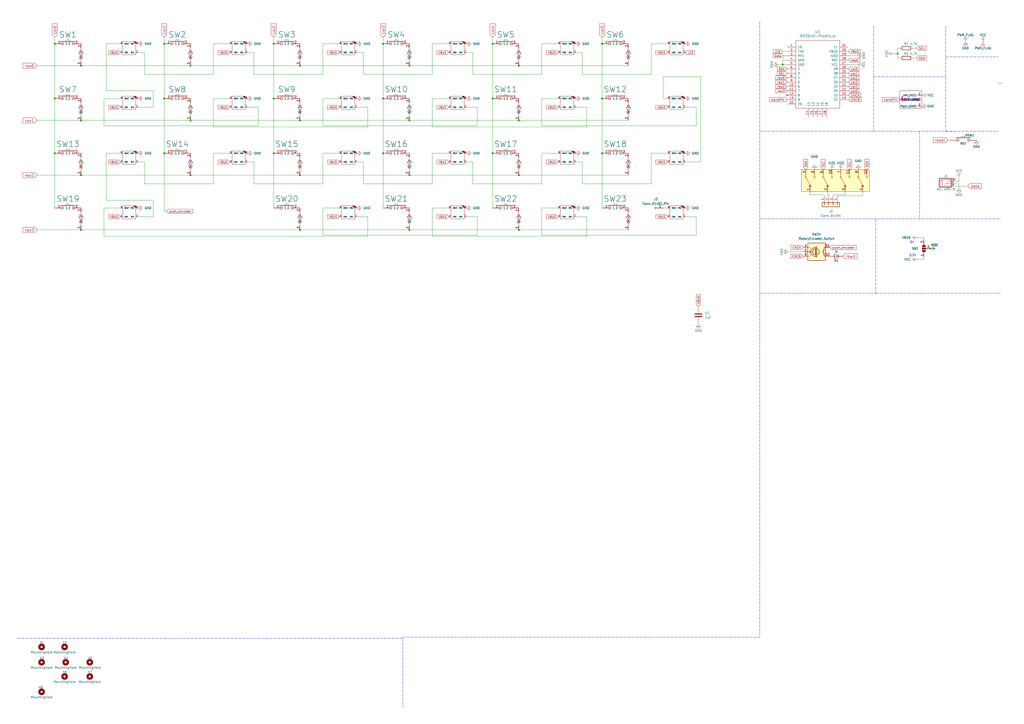
<source format=kicad_sch>
(kicad_sch (version 20231120) (generator "eeschema") (generator_version "8.0")
  (paper "A2")
  (title_block (title "Chocofi") (date "2023-04-17") (rev "0.2") (company "pashutk & krikun98 & vaarai & chukozor"))
  (junction (at 46.99 133.35))
  (junction (at 173.99 69.85))
  (junction (at 158.75 57.15))
  (junction (at 46.99 101.6))
  (junction (at 520.7 31.115))
  (junction (at 46.99 69.85))
  (junction (at 110.49 38.1))
  (junction (at 539.75 144.145))
  (junction (at 349.25 88.9))
  (junction (at 349.25 25.4))
  (junction (at 222.25 57.15))
  (junction (at 349.25 57.15))
  (junction (at 222.25 88.9))
  (junction (at 300.99 101.6))
  (junction (at 173.99 38.1))
  (junction (at 95.25 88.9))
  (junction (at 95.25 25.4))
  (junction (at 222.25 25.4))
  (junction (at 110.49 101.6))
  (junction (at 237.49 38.1))
  (junction (at 237.49 133.35))
  (junction (at 454.025 37.465))
  (junction (at 285.75 25.4))
  (junction (at 300.99 38.1))
  (junction (at 110.49 69.85))
  (junction (at 237.49 69.85))
  (junction (at 31.75 88.9))
  (junction (at 158.75 25.4))
  (junction (at 285.75 57.15))
  (junction (at 158.75 88.9))
  (junction (at 173.99 133.35))
  (junction (at 237.49 101.6))
  (junction (at 31.75 57.15))
  (junction (at 300.99 133.35))
  (junction (at 31.75 25.4))
  (junction (at 46.99 38.1))
  (junction (at 300.99 69.85))
  (junction (at 95.25 57.15))
  (junction (at 173.99 101.6))
  (junction (at 285.75 88.9))
  (no_connect (at 553.72 104.14))
  (no_connect (at 456.565 55.245))
  (polyline (pts (xy 10.16 370.205) (xy 233.68 370.205)) (stroke (width 0) (type dash)))
  (wire (pts (xy 95.25 57.15) (xy 95.25 88.9)))
  (wire (pts (xy 83.82 93.98) (xy 83.82 106.68)))
  (wire (pts (xy 187.325 136.525) (xy 187.325 120.65)))
  (wire (pts (xy 405.13 177.8) (xy 405.13 179.07)))
  (wire (pts (xy 250.825 43.18) (xy 250.825 25.4)))
  (wire (pts (xy 337.82 93.98) (xy 337.82 106.68)))
  (wire (pts (xy 340.36 73.66) (xy 250.825 73.66)))
  (wire (pts (xy 314.325 73.025) (xy 314.325 57.15)))
  (wire (pts (xy 314.325 88.9) (xy 323.85 88.9)))
  (wire (pts (xy 285.75 88.9) (xy 285.75 120.65)))
  (wire (pts (xy 95.25 21.59) (xy 95.25 25.4)))
  (wire (pts (xy 556.26 105.41) (xy 556.26 102.87)))
  (wire (pts (xy 480.06 111.125) (xy 480.06 113.03)))
  (wire (pts (xy 454.025 34.925) (xy 454.025 37.465)))
  (wire (pts (xy 384.81 44.45) (xy 384.81 57.15)))
  (wire (pts (xy 532.13 150.495) (xy 535.94 150.495)))
  (wire (pts (xy 46.99 38.1) (xy 110.49 38.1)))
  (wire (pts (xy 147.32 30.48) (xy 147.32 43.18)))
  (polyline (pts (xy 233.68 370.205) (xy 233.68 410.21)) (stroke (width 0) (type dash)))
  (wire (pts (xy 403.86 62.23) (xy 403.86 73.025)))
  (wire (pts (xy 314.325 106.68) (xy 314.325 88.9)))
  (wire (pts (xy 406.4 44.45) (xy 406.4 93.98)))
  (wire (pts (xy 250.825 73.66) (xy 250.825 57.15)))
  (wire (pts (xy 158.75 88.9) (xy 158.75 120.65)))
  (wire (pts (xy 237.49 101.6) (xy 300.99 101.6)))
  (polyline (pts (xy 548.64 76.2) (xy 579.12 76.2)) (stroke (width 0) (type dash)))
  (polyline (pts (xy 533.4 76.2) (xy 533.4 127)) (stroke (width 0) (type dash)))
  (wire (pts (xy 535.94 137.795) (xy 535.94 139.065)))
  (wire (pts (xy 397.51 93.98) (xy 406.4 93.98)))
  (wire (pts (xy 300.99 101.6) (xy 364.49 101.6)))
  (wire (pts (xy 60.325 137.16) (xy 213.36 137.16)))
  (wire (pts (xy 123.825 106.68) (xy 123.825 88.9)))
  (wire (pts (xy 469.9 113.03) (xy 469.9 111.125)))
  (wire (pts (xy 69.85 25.4) (xy 61.595 25.4)))
  (wire (pts (xy 250.825 120.65) (xy 260.35 120.65)))
  (polyline (pts (xy 440.69 12.7) (xy 440.69 369.57)) (stroke (width 0) (type dash)))
  (wire (pts (xy 553.72 106.68) (xy 556.26 106.68)))
  (wire (pts (xy 456.565 34.925) (xy 454.025 34.925)))
  (wire (pts (xy 222.25 88.9) (xy 222.25 120.65)))
  (polyline (pts (xy 508 170.18) (xy 508 127)) (stroke (width 0) (type dash)))
  (wire (pts (xy 532.13 137.795) (xy 535.94 137.795)))
  (wire (pts (xy 187.325 73.025) (xy 187.325 57.15)))
  (wire (pts (xy 377.825 25.4) (xy 387.35 25.4)))
  (polyline (pts (xy 506.73 44.45) (xy 548.64 44.45)) (stroke (width 0) (type dash)))
  (wire (pts (xy 397.51 62.23) (xy 403.86 62.23)))
  (wire (pts (xy 480.06 113.03) (xy 480.695 113.03)))
  (wire (pts (xy 158.75 57.15) (xy 158.75 88.9)))
  (wire (pts (xy 483.235 113.03) (xy 483.235 113.665)))
  (wire (pts (xy 300.99 69.85) (xy 364.49 69.85)))
  (wire (pts (xy 21.59 133.35) (xy 46.99 133.35)))
  (wire (pts (xy 384.81 44.45) (xy 406.4 44.45)))
  (wire (pts (xy 285.75 25.4) (xy 285.75 57.15)))
  (wire (pts (xy 95.25 88.9) (xy 95.25 122.555)))
  (wire (pts (xy 123.825 73.66) (xy 123.825 57.15)))
  (wire (pts (xy 80.01 93.98) (xy 83.82 93.98)))
  (wire (pts (xy 553.72 105.41) (xy 556.26 105.41)))
  (wire (pts (xy 285.75 21.59) (xy 285.75 25.4)))
  (wire (pts (xy 397.51 125.73) (xy 403.86 125.73)))
  (wire (pts (xy 237.49 38.1) (xy 300.99 38.1)))
  (wire (pts (xy 237.49 133.35) (xy 300.99 133.35)))
  (wire (pts (xy 377.825 88.9) (xy 387.35 88.9)))
  (wire (pts (xy 334.01 125.73) (xy 340.36 125.73)))
  (wire (pts (xy 88.9 52.705) (xy 88.9 62.23)))
  (wire (pts (xy 300.99 38.1) (xy 364.49 38.1)))
  (wire (pts (xy 270.51 30.48) (xy 274.32 30.48)))
  (wire (pts (xy 454.025 29.845) (xy 456.565 29.845)))
  (wire (pts (xy 529.59 33.655) (xy 531.495 33.655)))
  (wire (pts (xy 250.825 88.9) (xy 260.35 88.9)))
  (wire (pts (xy 314.325 25.4) (xy 323.85 25.4)))
  (wire (pts (xy 340.36 125.73) (xy 340.36 137.16)))
  (wire (pts (xy 83.82 106.68) (xy 123.825 106.68)))
  (wire (pts (xy 535.94 149.225) (xy 535.94 150.495)))
  (polyline (pts (xy 508 170.18) (xy 580.39 170.18)) (stroke (width 0) (type dash)))
  (wire (pts (xy 490.22 111.125) (xy 490.22 113.03)))
  (wire (pts (xy 95.25 25.4) (xy 95.25 57.15)))
  (wire (pts (xy 520.7 33.655) (xy 521.97 33.655)))
  (wire (pts (xy 403.86 136.525) (xy 314.325 136.525)))
  (wire (pts (xy 61.595 25.4) (xy 61.595 52.705)))
  (wire (pts (xy 110.49 69.85) (xy 173.99 69.85)))
  (polyline (pts (xy 440.69 76.2) (xy 548.64 76.2)) (stroke (width 0) (type dash)))
  (wire (pts (xy 520.7 27.94) (xy 520.7 31.115)))
  (wire (pts (xy 207.01 62.23) (xy 213.36 62.23)))
  (wire (pts (xy 213.36 73.66) (xy 123.825 73.66)))
  (wire (pts (xy 334.01 30.48) (xy 337.82 30.48)))
  (wire (pts (xy 384.81 120.65) (xy 387.35 120.65)))
  (wire (pts (xy 187.325 25.4) (xy 196.85 25.4)))
  (wire (pts (xy 187.325 43.18) (xy 187.325 25.4)))
  (wire (pts (xy 276.86 136.525) (xy 187.325 136.525)))
  (wire (pts (xy 173.99 133.35) (xy 237.49 133.35)))
  (wire (pts (xy 207.01 30.48) (xy 210.82 30.48)))
  (wire (pts (xy 95.25 122.555) (xy 96.52 122.555)))
  (wire (pts (xy 123.825 43.18) (xy 123.825 25.4)))
  (wire (pts (xy 143.51 62.23) (xy 149.86 62.23)))
  (wire (pts (xy 340.36 137.16) (xy 250.825 137.16)))
  (wire (pts (xy 60.325 120.65) (xy 60.325 137.16)))
  (wire (pts (xy 60.325 73.025) (xy 60.325 57.15)))
  (wire (pts (xy 210.82 106.68) (xy 250.825 106.68)))
  (wire (pts (xy 213.36 62.23) (xy 213.36 73.66)))
  (wire (pts (xy 529.59 27.94) (xy 531.495 27.94)))
  (wire (pts (xy 337.82 106.68) (xy 377.825 106.68)))
  (wire (pts (xy 173.99 69.85) (xy 237.49 69.85)))
  (wire (pts (xy 500.38 111.125) (xy 500.38 113.665)))
  (wire (pts (xy 61.595 88.9) (xy 69.85 88.9)))
  (wire (pts (xy 314.325 43.18) (xy 314.325 25.4)))
  (wire (pts (xy 457.2 146.05) (xy 466.09 146.05)))
  (wire (pts (xy 270.51 62.23) (xy 276.86 62.23)))
  (wire (pts (xy 46.99 101.6) (xy 110.49 101.6)))
  (wire (pts (xy 158.75 25.4) (xy 158.75 57.15)))
  (wire (pts (xy 187.325 88.9) (xy 196.85 88.9)))
  (wire (pts (xy 480.695 113.03) (xy 480.695 113.665)))
  (wire (pts (xy 485.775 113.665) (xy 500.38 113.665)))
  (polyline (pts (xy 548.64 76.2) (xy 553.72 76.2)) (stroke (width 0) (type dash)))
  (wire (pts (xy 384.81 57.15) (xy 387.35 57.15)))
  (wire (pts (xy 349.25 57.15) (xy 349.25 88.9)))
  (wire (pts (xy 123.825 88.9) (xy 133.35 88.9)))
  (wire (pts (xy 451.485 37.465) (xy 454.025 37.465)))
  (wire (pts (xy 207.01 125.73) (xy 213.36 125.73)))
  (wire (pts (xy 80.01 30.48) (xy 83.82 30.48)))
  (wire (pts (xy 340.36 62.23) (xy 340.36 73.66)))
  (polyline (pts (xy 548.64 33.02) (xy 579.12 33.02)) (stroke (width 0) (type dash)))
  (wire (pts (xy 21.59 69.85) (xy 46.99 69.85)))
  (wire (pts (xy 210.82 93.98) (xy 210.82 106.68)))
  (wire (pts (xy 334.01 93.98) (xy 337.82 93.98)))
  (wire (pts (xy 349.25 21.59) (xy 349.25 25.4)))
  (wire (pts (xy 518.16 31.115) (xy 520.7 31.115)))
  (wire (pts (xy 21.59 38.1) (xy 46.99 38.1)))
  (wire (pts (xy 403.86 125.73) (xy 403.86 136.525)))
  (wire (pts (xy 334.01 62.23) (xy 340.36 62.23)))
  (wire (pts (xy 110.49 38.1) (xy 173.99 38.1)))
  (wire (pts (xy 490.22 113.03) (xy 483.235 113.03)))
  (wire (pts (xy 147.32 93.98) (xy 147.32 106.68)))
  (wire (pts (xy 21.59 101.6) (xy 46.99 101.6)))
  (polyline (pts (xy 440.69 170.18) (xy 508 170.18)) (stroke (width 0) (type dash)))
  (wire (pts (xy 276.86 125.73) (xy 276.86 136.525)))
  (wire (pts (xy 454.66 32.385) (xy 456.565 32.385)))
  (wire (pts (xy 187.325 120.65) (xy 196.85 120.65)))
  (wire (pts (xy 187.325 57.15) (xy 196.85 57.15)))
  (wire (pts (xy 213.36 125.73) (xy 213.36 137.16)))
  (wire (pts (xy 149.86 73.025) (xy 60.325 73.025)))
  (wire (pts (xy 478.155 113.03) (xy 469.9 113.03)))
  (wire (pts (xy 377.825 106.68) (xy 377.825 88.9)))
  (wire (pts (xy 553.72 107.95) (xy 561.34 107.95)))
  (wire (pts (xy 337.82 43.18) (xy 377.825 43.18)))
  (wire (pts (xy 143.51 93.98) (xy 147.32 93.98)))
  (wire (pts (xy 250.825 106.68) (xy 250.825 88.9)))
  (wire (pts (xy 405.13 186.69) (xy 405.13 187.96)))
  (wire (pts (xy 149.86 62.23) (xy 149.86 73.025)))
  (wire (pts (xy 478.155 113.03) (xy 478.155 113.665)))
  (wire (pts (xy 250.825 137.16) (xy 250.825 120.65)))
  (wire (pts (xy 173.99 38.1) (xy 237.49 38.1)))
  (wire (pts (xy 300.99 133.35) (xy 364.49 133.35)))
  (wire (pts (xy 88.9 116.205) (xy 88.9 125.73)))
  (wire (pts (xy 314.325 136.525) (xy 314.325 120.65)))
  (wire (pts (xy 83.82 30.48) (xy 83.82 43.18)))
  (wire (pts (xy 61.595 88.9) (xy 61.595 116.205)))
  (wire (pts (xy 110.49 101.6) (xy 173.99 101.6)))
  (wire (pts (xy 556.26 106.68) (xy 556.26 109.22)))
  (wire (pts (xy 46.99 69.85) (xy 110.49 69.85)))
  (wire (pts (xy 123.825 25.4) (xy 133.35 25.4)))
  (wire (pts (xy 187.325 106.68) (xy 187.325 88.9)))
  (wire (pts (xy 520.7 31.115) (xy 520.7 33.655)))
  (wire (pts (xy 31.75 88.9) (xy 31.75 120.65)))
  (wire (pts (xy 61.595 52.705) (xy 88.9 52.705)))
  (wire (pts (xy 520.7 27.94) (xy 521.97 27.94)))
  (wire (pts (xy 274.32 93.98) (xy 274.32 106.68)))
  (wire (pts (xy 250.825 25.4) (xy 260.35 25.4)))
  (wire (pts (xy 222.25 25.4) (xy 222.25 57.15)))
  (wire (pts (xy 173.99 101.6) (xy 237.49 101.6)))
  (wire (pts (xy 270.51 125.73) (xy 276.86 125.73)))
  (polyline (pts (xy 440.69 127) (xy 580.39 127)) (stroke (width 0) (type dash)))
  (wire (pts (xy 285.75 57.15) (xy 285.75 88.9)))
  (wire (pts (xy 222.25 21.59) (xy 222.25 25.4)))
  (wire (pts (xy 60.325 57.15) (xy 69.85 57.15)))
  (wire (pts (xy 276.86 62.23) (xy 276.86 73.025)))
  (wire (pts (xy 237.49 69.85) (xy 300.99 69.85)))
  (wire (pts (xy 314.325 120.65) (xy 323.85 120.65)))
  (polyline (pts (xy 233.68 369.57) (xy 440.69 369.57)) (stroke (width 0) (type dash)))
  (polyline (pts (xy 579.12 48.26) (xy 581.66 48.26)) (stroke (width 0) (type dash)))
  (wire (pts (xy 80.01 125.73) (xy 88.9 125.73)))
  (polyline (pts (xy 548.64 76.2) (xy 548.64 15.24)) (stroke (width 0) (type dash)))
  (wire (pts (xy 349.25 88.9) (xy 349.25 120.65)))
  (wire (pts (xy 60.325 120.65) (xy 69.85 120.65)))
  (wire (pts (xy 61.595 116.205) (xy 88.9 116.205)))
  (wire (pts (xy 46.99 133.35) (xy 173.99 133.35)))
  (wire (pts (xy 147.32 43.18) (xy 187.325 43.18)))
  (wire (pts (xy 31.75 57.15) (xy 31.75 88.9)))
  (wire (pts (xy 403.86 73.025) (xy 314.325 73.025)))
  (wire (pts (xy 270.51 93.98) (xy 274.32 93.98)))
  (wire (pts (xy 314.325 57.15) (xy 323.85 57.15)))
  (wire (pts (xy 549.91 81.28) (xy 551.18 81.28)))
  (wire (pts (xy 250.825 57.15) (xy 260.35 57.15)))
  (wire (pts (xy 210.82 30.48) (xy 210.82 43.18)))
  (wire (pts (xy 31.75 21.59) (xy 31.75 25.4)))
  (wire (pts (xy 274.32 43.18) (xy 314.325 43.18)))
  (wire (pts (xy 158.75 21.59) (xy 158.75 25.4)))
  (wire (pts (xy 83.82 43.18) (xy 123.825 43.18)))
  (wire (pts (xy 454.025 37.465) (xy 456.565 37.465)))
  (wire (pts (xy 274.32 106.68) (xy 314.325 106.68)))
  (wire (pts (xy 276.86 73.025) (xy 187.325 73.025)))
  (wire (pts (xy 274.32 30.48) (xy 274.32 43.18)))
  (wire (pts (xy 377.825 43.18) (xy 377.825 25.4)))
  (wire (pts (xy 492.125 32.385) (xy 497.205 32.385)))
  (wire (pts (xy 207.01 93.98) (xy 210.82 93.98)))
  (polyline (pts (xy 506.73 76.2) (xy 506.73 15.24)) (stroke (width 0) (type dash)))
  (wire (pts (xy 349.25 25.4) (xy 349.25 57.15)))
  (wire (pts (xy 210.82 43.18) (xy 250.825 43.18)))
  (wire (pts (xy 147.32 106.68) (xy 187.325 106.68)))
  (wire (pts (xy 123.825 57.15) (xy 133.35 57.15)))
  (wire (pts (xy 492.125 37.465) (xy 497.205 37.465)))
  (wire (pts (xy 88.9 62.23) (xy 80.01 62.23)))
  (wire (pts (xy 31.75 25.4) (xy 31.75 57.15)))
  (wire (pts (xy 337.82 30.48) (xy 337.82 43.18)))
  (wire (pts (xy 222.25 57.15) (xy 222.25 88.9)))
  (wire (pts (xy 143.51 30.48) (xy 147.32 30.48)))
  (text "5V" (at 529.082 140.589 0) (effects (font (size 1.27 1.27))))
  (text "3.3V" (at 529.336 148.209 0) (effects (font (size 1.27 1.27))))
  (global_label "VBUS" (shape input) (at 69.85 125.73 180) (effects (font (size 1.1938 1.1938))) (property "Intersheetrefs" "${INTERSHEET_REFS}" (effects (hide yes))))
  (global_label "VBUS" (shape input) (at 69.85 62.23 180) (effects (font (size 1.1938 1.1938))) (property "Intersheetrefs" "${INTERSHEET_REFS}" (effects (hide yes))))
  (global_label "VBUS" (shape input) (at 133.35 62.23 180) (effects (font (size 1.1938 1.1938))) (property "Intersheetrefs" "${INTERSHEET_REFS}" (effects (hide yes))))
  (global_label "row3" (shape input) (at 488.95 148.59 0) (effects (font (size 1.524 1.524))) (property "Intersheetrefs" "${INTERSHEET_REFS}" (effects (hide yes))))
  (global_label "VBUS" (shape input) (at 387.35 125.73 180) (effects (font (size 1.1938 1.1938))) (property "Intersheetrefs" "${INTERSHEET_REFS}" (effects (hide yes))))
  (global_label "VBUS" (shape input) (at 196.85 125.73 180) (effects (font (size 1.1938 1.1938))) (property "Intersheetrefs" "${INTERSHEET_REFS}" (effects (hide yes))))
  (global_label "VBUS" (shape input) (at 387.35 93.98 180) (effects (font (size 1.1938 1.1938))) (property "Intersheetrefs" "${INTERSHEET_REFS}" (effects (hide yes))))
  (global_label "push_encoder" (shape input) (at 96.52 122.555 0) (property "Intersheetrefs" "${INTERSHEET_REFS}" (effects (hide yes))))
  (global_label "ENCA" (shape input) (at 466.09 143.51 180) (property "Intersheetrefs" "${INTERSHEET_REFS}" (effects (hide yes))))
  (global_label "row0" (shape input) (at 456.565 45.085 180) (effects (font (size 1.1938 1.1938))) (property "Intersheetrefs" "${INTERSHEET_REFS}" (effects (hide yes))))
  (global_label "col0" (shape input) (at 492.125 40.005 0) (effects (font (size 1.1938 1.1938))) (property "Intersheetrefs" "${INTERSHEET_REFS}" (effects (hide yes))))
  (global_label "SCL" (shape input) (at 477.52 98.425 90) (property "Intersheetrefs" "${INTERSHEET_REFS}" (effects (hide yes))))
  (global_label "VBUS" (shape input) (at 260.35 93.98 180) (effects (font (size 1.1938 1.1938))) (property "Intersheetrefs" "${INTERSHEET_REFS}" (effects (hide yes))))
  (global_label "col0" (shape input) (at 31.75 21.59 90) (effects (font (size 1.524 1.524))) (property "Intersheetrefs" "${INTERSHEET_REFS}" (effects (hide yes))))
  (global_label "VBUS" (shape input) (at 133.35 30.48 180) (effects (font (size 1.1938 1.1938))) (property "Intersheetrefs" "${INTERSHEET_REFS}" (effects (hide yes))))
  (global_label "row0" (shape input) (at 21.59 38.1 180) (effects (font (size 1.524 1.524))) (property "Intersheetrefs" "${INTERSHEET_REFS}" (effects (hide yes))))
  (global_label "col4" (shape input) (at 492.125 50.165 0) (effects (font (size 1.1938 1.1938))) (property "Intersheetrefs" "${INTERSHEET_REFS}" (effects (hide yes))))
  (global_label "ENCB" (shape input) (at 492.125 57.785 0) (property "Intersheetrefs" "${INTERSHEET_REFS}" (effects (hide yes))))
  (global_label "col1" (shape input) (at 492.125 42.545 0) (effects (font (size 1.1938 1.1938))) (property "Intersheetrefs" "${INTERSHEET_REFS}" (effects (hide yes))))
  (global_label "SCL" (shape input) (at 492.76 98.425 90) (property "Intersheetrefs" "${INTERSHEET_REFS}" (effects (hide yes))))
  (global_label "reset" (shape input) (at 492.125 34.925 0) (effects (font (size 1.1938 1.1938))) (property "Intersheetrefs" "${INTERSHEET_REFS}" (effects (hide yes))))
  (global_label "row1" (shape input) (at 21.59 69.85 180) (effects (font (size 1.524 1.524))) (property "Intersheetrefs" "${INTERSHEET_REFS}" (effects (hide yes))))
  (global_label "HandPin" (shape input) (at 521.97 57.785 180) (property "Intersheetrefs" "${INTERSHEET_REFS}" (effects (hide yes))))
  (global_label "SDA" (shape input) (at 456.565 40.005 180) (effects (font (size 1.1938 1.1938))) (property "Intersheetrefs" "${INTERSHEET_REFS}" (effects (hide yes))))
  (global_label "push_encoder" (shape input) (at 481.33 143.51 0) (property "Intersheetrefs" "${INTERSHEET_REFS}" (effects (hide yes))))
  (global_label "data" (shape input) (at 561.34 107.95 0) (effects (font (size 1.524 1.524))) (property "Intersheetrefs" "${INTERSHEET_REFS}" (effects (hide yes))))
  (global_label "VBUS" (shape input) (at 260.35 125.73 180) (effects (font (size 1.1938 1.1938))) (property "Intersheetrefs" "${INTERSHEET_REFS}" (effects (hide yes))))
  (global_label "row3" (shape input) (at 456.565 52.705 180) (effects (font (size 1.1938 1.1938))) (property "Intersheetrefs" "${INTERSHEET_REFS}" (effects (hide yes))))
  (global_label "row1" (shape input) (at 456.565 47.625 180) (effects (font (size 1.1938 1.1938))) (property "Intersheetrefs" "${INTERSHEET_REFS}" (effects (hide yes))))
  (global_label "VBUS" (shape input) (at 323.85 93.98 180) (effects (font (size 1.1938 1.1938))) (property "Intersheetrefs" "${INTERSHEET_REFS}" (effects (hide yes))))
  (global_label "col3" (shape input) (at 492.125 47.625 0) (effects (font (size 1.1938 1.1938))) (property "Intersheetrefs" "${INTERSHEET_REFS}" (effects (hide yes))))
  (global_label "VBUS" (shape input) (at 387.35 30.48 180) (effects (font (size 1.1938 1.1938))) (property "Intersheetrefs" "${INTERSHEET_REFS}" (effects (hide yes))))
  (global_label "row2" (shape input) (at 21.59 101.6 180) (effects (font (size 1.524 1.524))) (property "Intersheetrefs" "${INTERSHEET_REFS}" (effects (hide yes))))
  (global_label "VBUS" (shape input) (at 323.85 62.23 180) (effects (font (size 1.1938 1.1938))) (property "Intersheetrefs" "${INTERSHEET_REFS}" (effects (hide yes))))
  (global_label "VBUS" (shape input) (at 196.85 93.98 180) (effects (font (size 1.1938 1.1938))) (property "Intersheetrefs" "${INTERSHEET_REFS}" (effects (hide yes))))
  (global_label "SCL" (shape input) (at 456.565 42.545 180) (effects (font (size 1.1938 1.1938))) (property "Intersheetrefs" "${INTERSHEET_REFS}" (effects (hide yes))))
  (global_label "col4" (shape input) (at 285.75 21.59 90) (effects (font (size 1.524 1.524))) (property "Intersheetrefs" "${INTERSHEET_REFS}" (effects (hide yes))))
  (global_label "VBUS" (shape input) (at 323.85 30.48 180) (effects (font (size 1.1938 1.1938))) (property "Intersheetrefs" "${INTERSHEET_REFS}" (effects (hide yes))))
  (global_label "col2" (shape input) (at 158.75 21.59 90) (effects (font (size 1.524 1.524))) (property "Intersheetrefs" "${INTERSHEET_REFS}" (effects (hide yes))))
  (global_label "VBUS" (shape input) (at 69.85 30.48 180) (effects (font (size 1.1938 1.1938))) (property "Intersheetrefs" "${INTERSHEET_REFS}" (effects (hide yes))))
  (global_label "VBUS" (shape input) (at 492.125 29.845 0) (effects (font (size 1.1938 1.1938))) (property "Intersheetrefs" "${INTERSHEET_REFS}" (effects (hide yes))))
  (global_label "VBUS" (shape input) (at 133.35 93.98 180) (effects (font (size 1.1938 1.1938))) (property "Intersheetrefs" "${INTERSHEET_REFS}" (effects (hide yes))))
  (global_label "row3" (shape input) (at 21.59 133.35 180) (effects (font (size 1.524 1.524))) (property "Intersheetrefs" "${INTERSHEET_REFS}" (effects (hide yes))))
  (global_label "reset" (shape input) (at 549.91 81.28 180) (effects (font (size 1.524 1.524))) (property "Intersheetrefs" "${INTERSHEET_REFS}" (effects (hide yes))))
  (global_label "VBUS" (shape input) (at 69.85 93.98 180) (effects (font (size 1.1938 1.1938))) (property "Intersheetrefs" "${INTERSHEET_REFS}" (effects (hide yes))))
  (global_label "col5" (shape input) (at 349.25 21.59 90) (effects (font (size 1.524 1.524))) (property "Intersheetrefs" "${INTERSHEET_REFS}" (effects (hide yes))))
  (global_label "SDA" (shape input) (at 531.495 33.655 0) (property "Intersheetrefs" "${INTERSHEET_REFS}" (effects (hide yes))))
  (global_label "LED" (shape input) (at 397.51 30.48 0) (effects (font (size 1.1938 1.1938))) (property "Intersheetrefs" "${INTERSHEET_REFS}" (effects (hide yes))))
  (global_label "VBUS" (shape input) (at 260.35 30.48 180) (effects (font (size 1.1938 1.1938))) (property "Intersheetrefs" "${INTERSHEET_REFS}" (effects (hide yes))))
  (global_label "VBUS" (shape input) (at 260.35 62.23 180) (effects (font (size 1.1938 1.1938))) (property "Intersheetrefs" "${INTERSHEET_REFS}" (effects (hide yes))))
  (global_label "row2" (shape input) (at 456.565 50.165 180) (effects (font (size 1.1938 1.1938))) (property "Intersheetrefs" "${INTERSHEET_REFS}" (effects (hide yes))))
  (global_label "ENCA" (shape input) (at 492.125 55.245 0) (property "Intersheetrefs" "${INTERSHEET_REFS}" (effects (hide yes))))
  (global_label "col5" (shape input) (at 492.125 52.705 0) (effects (font (size 1.1938 1.1938))) (property "Intersheetrefs" "${INTERSHEET_REFS}" (effects (hide yes))))
  (global_label "ENCB" (shape input) (at 466.09 148.59 180) (property "Intersheetrefs" "${INTERSHEET_REFS}" (effects (hide yes))))
  (global_label "col1" (shape input) (at 95.25 21.59 90) (effects (font (size 1.524 1.524))) (property "Intersheetrefs" "${INTERSHEET_REFS}" (effects (hide yes))))
  (global_label "VBUS" (shape input) (at 196.85 62.23 180) (effects (font (size 1.1938 1.1938))) (property "Intersheetrefs" "${INTERSHEET_REFS}" (effects (hide yes))))
  (global_label "SDA" (shape input) (at 467.36 98.425 90) (property "Intersheetrefs" "${INTERSHEET_REFS}" (effects (hide yes))))
  (global_label "SCL" (shape input) (at 531.495 27.94 0) (property "Intersheetrefs" "${INTERSHEET_REFS}" (effects (hide yes))))
  (global_label "VBUS" (shape input) (at 405.13 177.8 90) (effects (font (size 1.1938 1.1938))) (property "Intersheetrefs" "${INTERSHEET_REFS}" (effects (hide yes))))
  (global_label "data" (shape input) (at 454.66 32.385 180) (effects (font (size 1.1938 1.1938))) (property "Intersheetrefs" "${INTERSHEET_REFS}" (effects (hide yes))))
  (global_label "LED" (shape input) (at 454.025 29.845 180) (effects (font (size 1.1938 1.1938))) (property "Intersheetrefs" "${INTERSHEET_REFS}" (effects (hide yes))))
  (global_label "VBUS" (shape input) (at 196.85 30.48 180) (effects (font (size 1.1938 1.1938))) (property "Intersheetrefs" "${INTERSHEET_REFS}" (effects (hide yes))))
  (global_label "col2" (shape input) (at 492.125 45.085 0) (effects (font (size 1.1938 1.1938))) (property "Intersheetrefs" "${INTERSHEET_REFS}" (effects (hide yes))))
  (global_label "VBUS" (shape input) (at 387.35 62.23 180) (effects (font (size 1.1938 1.1938))) (property "Intersheetrefs" "${INTERSHEET_REFS}" (effects (hide yes))))
  (global_label "HandPin" (shape input) (at 456.565 57.785 180) (property "Intersheetrefs" "${INTERSHEET_REFS}" (effects (hide yes))))
  (global_label "VBUS" (shape input) (at 323.85 125.73 180) (effects (font (size 1.1938 1.1938))) (property "Intersheetrefs" "${INTERSHEET_REFS}" (effects (hide yes))))
  (global_label "SDA" (shape input) (at 502.92 98.425 90) (property "Intersheetrefs" "${INTERSHEET_REFS}" (effects (hide yes))))
  (global_label "col3" (shape input) (at 222.25 21.59 90) (effects (font (size 1.524 1.524))) (property "Intersheetrefs" "${INTERSHEET_REFS}" (effects (hide yes))))
  (symbol (lib_name "Chukozor_symbols:SW_Chuk_LED") (lib_id "Chukozor_symbols:SW_Chuk_LED") (at 102.87 25.4 0) (unit 1)
    (property "Reference" "SW2" (at 102.87 20.066 0) (effects (font (size 3.302 3.302))))
    (property "Value" "SW_Chuk" (effects (hide yes)))
  )
  (symbol (lib_name "Chukozor_symbols:SW_Chuk_LED") (lib_id "Chukozor_symbols:SW_Chuk_LED") (at 166.37 25.4 0) (unit 1)
    (property "Reference" "SW3" (at 166.37 20.066 0) (effects (font (size 3.302 3.302))))
    (property "Value" "SW_Chuk" (effects (hide yes)))
  )
  (symbol (lib_name "Chukozor_symbols:SW_Chuk_LED") (lib_id "Chukozor_symbols:SW_Chuk_LED") (at 229.87 25.4 0) (unit 1)
    (property "Reference" "SW4" (at 229.87 20.066 0) (effects (font (size 3.302 3.302))))
    (property "Value" "SW_Chuk" (effects (hide yes)))
  )
  (symbol (lib_name "Chukozor_symbols:SW_Chuk_LED") (lib_id "Chukozor_symbols:SW_Chuk_LED") (at 293.37 25.4 0) (unit 1)
    (property "Reference" "SW5" (at 293.37 20.066 0) (effects (font (size 3.302 3.302))))
    (property "Value" "SW_Chuk" (effects (hide yes)))
  )
  (symbol (lib_name "Chukozor_symbols:SW_Chuk_LED") (lib_id "Chukozor_symbols:SW_Chuk_LED") (at 356.87 25.4 0) (unit 1)
    (property "Reference" "SW6" (at 356.87 20.066 0) (effects (font (size 3.302 3.302))))
    (property "Value" "SW_Chuk" (effects (hide yes)))
  )
  (symbol (lib_name "Chukozor_symbols:SW_Chuk_LED") (lib_id "Chukozor_symbols:SW_Chuk_LED") (at 102.87 57.15 0) (unit 1)
    (property "Reference" "SW8" (at 102.87 51.816 0) (effects (font (size 3.302 3.302))))
    (property "Value" "SW_Chuk" (effects (hide yes)))
  )
  (symbol (lib_name "Chukozor_symbols:SW_Chuk_LED") (lib_id "Chukozor_symbols:SW_Chuk_LED") (at 166.37 57.15 0) (unit 1)
    (property "Reference" "SW9" (at 166.37 51.816 0) (effects (font (size 3.302 3.302))))
    (property "Value" "SW_Chuk" (effects (hide yes)))
  )
  (symbol (lib_name "Chukozor_symbols:SW_Chuk_LED") (lib_id "Chukozor_symbols:SW_Chuk_LED") (at 229.87 57.15 0) (unit 1)
    (property "Reference" "SW10" (at 229.87 51.816 0) (effects (font (size 3.302 3.302))))
    (property "Value" "SW_Chuk" (effects (hide yes)))
  )
  (symbol (lib_name "Chukozor_symbols:SW_Chuk_LED") (lib_id "Chukozor_symbols:SW_Chuk_LED") (at 293.37 57.15 0) (unit 1)
    (property "Reference" "SW11" (at 293.37 51.816 0) (effects (font (size 3.302 3.302))))
    (property "Value" "SW_Chuk" (effects (hide yes)))
  )
  (symbol (lib_name "Chukozor_symbols:SW_Chuk_LED") (lib_id "Chukozor_symbols:SW_Chuk_LED") (at 356.87 57.15 0) (unit 1)
    (property "Reference" "SW12" (at 356.87 51.816 0) (effects (font (size 3.302 3.302))))
    (property "Value" "SW_Chuk" (effects (hide yes)))
  )
  (symbol (lib_name "Chukozor_symbols:SW_Chuk_LED") (lib_id "Chukozor_symbols:SW_Chuk_LED") (at 102.87 88.9 0) (unit 1)
    (property "Reference" "SW14" (at 102.87 83.566 0) (effects (font (size 3.302 3.302))))
    (property "Value" "SW_Chuk" (effects (hide yes)))
  )
  (symbol (lib_name "Chukozor_symbols:SW_Chuk_LED") (lib_id "Chukozor_symbols:SW_Chuk_LED") (at 166.37 88.9 0) (unit 1)
    (property "Reference" "SW15" (at 166.37 83.566 0) (effects (font (size 3.302 3.302))))
    (property "Value" "SW_Chuk" (effects (hide yes)))
  )
  (symbol (lib_name "Chukozor_symbols:SW_Chuk_LED") (lib_id "Chukozor_symbols:SW_Chuk_LED") (at 229.87 88.9 0) (unit 1)
    (property "Reference" "SW16" (at 229.87 83.566 0) (effects (font (size 3.302 3.302))))
    (property "Value" "SW_Chuk" (effects (hide yes)))
  )
  (symbol (lib_name "Chukozor_symbols:SW_Chuk_LED") (lib_id "Chukozor_symbols:SW_Chuk_LED") (at 293.37 88.9 0) (unit 1)
    (property "Reference" "SW17" (at 293.37 83.566 0) (effects (font (size 3.302 3.302))))
    (property "Value" "SW_Chuk" (effects (hide yes)))
  )
  (symbol (lib_name "Chukozor_symbols:SW_Chuk_LED") (lib_id "Chukozor_symbols:SW_Chuk_LED") (at 356.87 88.9 0) (unit 1)
    (property "Reference" "SW18" (at 356.87 83.566 0) (effects (font (size 3.302 3.302))))
    (property "Value" "SW_Chuk" (effects (hide yes)))
  )
  (symbol (lib_name "Chukozor_symbols:SW_Chuk_LED") (lib_id "Chukozor_symbols:SW_Chuk_LED") (at 293.37 120.65 0) (unit 1)
    (property "Reference" "SW22" (at 293.37 115.316 0) (effects (font (size 3.302 3.302))))
    (property "Value" "SW_Chuk" (effects (hide yes)))
  )
  (symbol (lib_name "Chukozor_symbols:SW_Chuk_LED") (lib_id "Chukozor_symbols:SW_Chuk_LED") (at 356.87 120.65 0) (unit 1)
    (property "Reference" "SW23" (at 356.87 115.316 0) (effects (font (size 3.302 3.302))))
    (property "Value" "SW_Chuk" (effects (hide yes)))
  )
  (symbol (lib_name "Chukozor_symbols:SW_Chuk_LED") (lib_id "Chukozor_symbols:SW_Chuk_LED") (at 229.87 120.65 0) (unit 1)
    (property "Reference" "SW21" (at 229.87 115.316 0) (effects (font (size 3.302 3.302))))
    (property "Value" "SW_Chuk" (effects (hide yes)))
  )
  (symbol (lib_id "chocofi-rescue:GND-power") (at 560.07 24.13 0) (unit 1)
    (property "Reference" "#PWR01" (effects (hide yes)))
    (property "Value" "GND" (at 560.07 27.94 0))
  )
  (symbol (lib_id "chocofi-rescue:VCC-power") (at 570.23 24.13 0) (unit 1)
    (property "Reference" "#PWR02" (effects (hide yes)))
    (property "Value" "VCC" (at 570.23 20.32 0))
  )
  (symbol (lib_id "chocofi-rescue:PWR_FLAG-power") (at 570.23 24.13 180) (unit 1)
    (property "Reference" "#FLG02" (effects (hide yes)))
    (property "Value" "PWR_FLAG" (at 570.23 27.94 0))
  )
  (symbol (lib_id "chocofi-rescue:PWR_FLAG-power") (at 560.07 24.13 0) (unit 1)
    (property "Reference" "#FLG01" (effects (hide yes)))
    (property "Value" "PWR_FLAG" (at 560.07 20.32 0))
  )
  (symbol (lib_id "chocofi-rescue:SW_PUSH-kbd-corne-light-rescue") (at 558.8 81.28 0) (unit 1)
    (property "Reference" "RSW1" (at 562.61 78.486 0))
    (property "Value" "RST" (at 558.8 83.312 0))
    (property "Footprint" "Switches_Chukozor:SW_SPST_B3U-1000P_Chukozor" (effects (hide yes)))
  )
  (symbol (lib_id "chocofi-rescue:GND-power") (at 566.42 81.28 0) (unit 1)
    (property "Reference" "#PWR021" (effects (hide yes)))
    (property "Value" "GND" (at 566.42 85.09 0))
  )
  (symbol (lib_id "chocofi-rescue:VCC-power") (at 556.26 102.87 0) (unit 1)
    (property "Reference" "#PWR032" (effects (hide yes)))
    (property "Value" "VCC" (at 556.26 99.06 0))
  )
  (symbol (lib_id "chocofi-rescue:GND-power") (at 556.26 109.22 0) (unit 1)
    (property "Reference" "#PWR033" (effects (hide yes)))
    (property "Value" "GND" (at 556.26 113.03 0))
  )
  (symbol (lib_id "chocofi-rescue:MJ-4PP-9-kbd-corne-light-rescue") (at 548.64 106.045 0) (unit 1)
    (property "Reference" "J1" (at 548.64 102.235 0))
    (property "Value" "MJ-4PP-9" (at 548.64 109.855 0))
    (property "Footprint" "Switches_Chukozor:MJ-4PP-9_Chukozor" (effects (hide yes)))
  )
  (symbol (lib_name "GND_1") (lib_id "power:GND") (at 270.51 120.65 90) (unit 1)
    (property "Reference" "#PWR036" (effects (hide yes)))
    (property "Value" "GND" (at 274.32 120.6499 90) (effects (justify right)))
    (property "Description" "Power symbol creates a global label with name \"GND\" , ground" (effects (hide yes)))
  )
  (symbol (lib_name "GND_1") (lib_id "power:GND") (at 207.01 88.9 90) (unit 1)
    (property "Reference" "#PWR024" (effects (hide yes)))
    (property "Value" "GND" (at 210.82 88.8999 90) (effects (justify right)))
    (property "Description" "Power symbol creates a global label with name \"GND\" , ground" (effects (hide yes)))
  )
  (symbol (lib_name "Chukozor_symbols:SW_Chuk_LED") (lib_id "Chukozor_symbols:SW_Chuk_LED") (at 39.37 57.15 0) (unit 1)
    (property "Reference" "SW7" (at 39.37 51.816 0) (effects (font (size 3.302 3.302))))
    (property "Value" "SW_Chuk" (effects (hide yes)))
  )
  (symbol (lib_id "Chukozor_symbols:Handedness") (at 528.32 57.785 0) (unit 1)
    (property "Reference" "Handedness1" (effects (hide yes)))
    (property "Footprint" "Resistances_Chukozor:R_0805_Handedness_Chukozor" (effects (hide yes)))
    (property "F.Silkscreen_Value" "RIGHT HAND" (at 528.32 57.785 0))
    (property "B.Silkscreen_Value" "LEFT HAND" (at 528.32 57.785 0))
  )
  (symbol (lib_id "Chukozor_symbols:switches_oled_display") (at 474.98 104.775 90) (unit 1)
    (property "Reference" "SB1" (effects (hide yes)))
    (property "Value" "switches_oled_display" (effects (hide yes)))
    (property "Footprint" "Switches_Chukozor:switches_oled_display" (effects (hide yes)))
    (property "Description" "display switch" (effects (hide yes)))
  )
  (symbol (lib_id "chocofi-rescue:GND-power") (at 451.485 37.465 270) (unit 1)
    (property "Reference" "#PWR011" (effects (hide yes)))
    (property "Value" "GND" (at 447.675 37.465 0))
  )
  (symbol (lib_id "chocofi-rescue:VCC-power") (at 497.205 37.465 270) (unit 1)
    (property "Reference" "#PWR012" (effects (hide yes)))
    (property "Value" "VCC" (at 501.015 37.465 0))
  )
  (symbol (lib_name "Chukozor_symbols:SW_Chuk_LED") (lib_id "Chukozor_symbols:SW_Chuk_LED") (at 39.37 25.4 0) (unit 1)
    (property "Reference" "SW1" (at 39.37 20.066 0) (effects (font (size 3.302 3.302))))
    (property "Value" "SW_Chuk" (effects (hide yes)))
  )
  (symbol (lib_name "GND_1") (lib_id "power:GND") (at 397.51 88.9 90) (unit 1)
    (property "Reference" "#PWR027" (effects (hide yes)))
    (property "Value" "GND" (at 401.32 88.8999 90) (effects (justify right)))
    (property "Description" "Power symbol creates a global label with name \"GND\" , ground" (effects (hide yes)))
  )
  (symbol (lib_id "chocofi-rescue:VCC-power") (at 482.6 98.425 0) (unit 1)
    (property "Reference" "#PWR029" (effects (hide yes)))
    (property "Value" "VI2C" (at 482.6 94.615 0))
  )
  (symbol (lib_name "MountingHole_1") (lib_id "Mechanical:MountingHole") (at 37.465 392.43 0) (unit 1) (exclude_from_sim yes) (in_bom no)
    (property "Reference" "H6" (at 36.195 389.89 0) (effects (justify left)))
    (property "Value" "MountingHole" (at 37.465 396.24 0) (effects (justify bottom)))
    (property "Footprint" "Mounting_hole_Chukozor:Passthrough_hole_chukozor_M2" (effects (hide yes)))
    (property "Description" "Mounting Hole without connection" (effects (hide yes)))
  )
  (symbol (lib_name "GND_1") (lib_id "power:GND") (at 397.51 57.15 90) (unit 1)
    (property "Reference" "#PWR019" (effects (hide yes)))
    (property "Value" "GND" (at 401.32 57.1499 90) (effects (justify right)))
    (property "Description" "Power symbol creates a global label with name \"GND\" , ground" (effects (hide yes)))
  )
  (symbol (lib_id "Device:R") (at 525.78 33.655 90) (unit 1)
    (property "Reference" "R2" (at 527.05 31.115 90) (effects (justify left)))
    (property "Value" "4.7k" (at 532.13 31.115 90) (effects (justify left)))
    (property "Footprint" "Resistances_Chukozor:R_0805_double_face_Chukozor" (effects (hide yes)))
    (property "Description" "Resistor" (effects (hide yes)))
  )
  (symbol (lib_name "GND_1") (lib_id "power:GND") (at 80.01 120.65 90) (unit 1)
    (property "Reference" "#PWR034" (effects (hide yes)))
    (property "Value" "GND" (at 83.82 120.6499 90) (effects (justify right)))
    (property "Description" "Power symbol creates a global label with name \"GND\" , ground" (effects (hide yes)))
  )
  (symbol (lib_name "MountingHole_1") (lib_id "Mechanical:MountingHole") (at 52.07 392.43 0) (unit 1) (exclude_from_sim yes) (in_bom no)
    (property "Reference" "H7" (at 50.8 389.89 0) (effects (justify left)))
    (property "Value" "MountingHole" (at 52.07 396.24 0) (effects (justify bottom)))
    (property "Footprint" "Mounting_hole_Chukozor:Passthrough_hole_chukozor_M2" (effects (hide yes)))
    (property "Description" "Mounting Hole without connection" (effects (hide yes)))
  )
  (symbol (lib_id "Chukozor_symbols:Conn_01x04") (at 483.235 118.745 270) (unit 1)
    (property "Reference" "J2" (at 481.965 122.555 90))
    (property "Value" "Conn_01x04" (at 481.965 125.095 90))
    (property "Footprint" "Switches_Chukozor:oled_display_Chukozor" (effects (hide yes)))
    (property "Description" "Generic connector, single row, 01x04, script generated (kicad-library-utils/schlib/autogen/connector/)" (effects (hide yes)))
  )
  (symbol (lib_name "GND_1") (lib_id "power:GND") (at 143.51 25.4 90) (unit 1)
    (property "Reference" "#PWR04" (effects (hide yes)))
    (property "Value" "GND" (at 147.32 25.3999 90) (effects (justify right)))
    (property "Description" "Power symbol creates a global label with name \"GND\" , ground" (effects (hide yes)))
  )
  (symbol (lib_name "GND_1") (lib_id "power:GND") (at 397.51 120.65 90) (unit 1)
    (property "Reference" "#PWR038" (effects (hide yes)))
    (property "Value" "GND" (at 401.32 120.6499 90) (effects (justify right)))
    (property "Description" "Power symbol creates a global label with name \"GND\" , ground" (effects (hide yes)))
  )
  (symbol (lib_id "chocofi-rescue:GND-power") (at 497.205 32.385 90) (unit 1)
    (property "Reference" "#PWR010" (effects (hide yes)))
    (property "Value" "GND" (at 501.015 32.385 0))
  )
  (symbol (lib_id "Device:RotaryEncoder_Switch") (at 473.71 146.05 0) (unit 1)
    (property "Reference" "SW24" (at 473.71 135.89 0))
    (property "Value" "RotaryEncoder_Switch" (at 473.71 138.43 0))
    (property "Footprint" "Rotary_Encoder:RotaryEncoder_Alps_EC12E-Switch_Vertical_H20mm" (effects (hide yes)))
    (property "Description" "Rotary encoder, dual channel, incremental quadrate outputs, with switch" (effects (hide yes)))
  )
  (symbol (lib_name "GND_1") (lib_id "power:GND") (at 207.01 25.4 90) (unit 1)
    (property "Reference" "#PWR05" (effects (hide yes)))
    (property "Value" "GND" (at 210.82 25.3999 90) (effects (justify right)))
    (property "Description" "Power symbol creates a global label with name \"GND\" , ground" (effects (hide yes)))
  )
  (symbol (lib_id "Jumper:SolderJumper_3_Open") (at 535.94 144.145 90) (unit 1) (exclude_from_sim yes) (in_bom no)
    (property "Reference" "SB2" (at 532.765 144.145 90) (effects (justify left)))
    (property "Value" "SolderJumper_3_Open" (effects (hide yes)))
    (property "Footprint" "Switches_Chukozor:SolderJumper-3_I2C_Chukozor" (effects (hide yes)))
    (property "Description" "Solder Jumper, 3-pole, open" (effects (hide yes)))
  )
  (symbol (lib_name "GND_1") (lib_id "power:GND") (at 397.51 25.4 90) (unit 1)
    (property "Reference" "#PWR08" (effects (hide yes)))
    (property "Value" "GND" (at 401.32 25.3999 90) (effects (justify right)))
    (property "Description" "Power symbol creates a global label with name \"GND\" , ground" (effects (hide yes)))
  )
  (symbol (lib_id "power:VBUS") (at 539.75 144.145 270) (unit 1)
    (property "Reference" "#PWR040" (effects (hide yes)))
    (property "Value" "VI2C" (at 540.004 142.113 90) (effects (justify left)))
    (property "Description" "Power symbol creates a global label with name \"VBUS\"" (effects (hide yes)))
  )
  (symbol (lib_id "chocofi-rescue:VCC-power") (at 518.16 31.115 90) (unit 1)
    (property "Reference" "#PWR09" (effects (hide yes)))
    (property "Value" "VI2C" (at 514.35 31.115 0))
  )
  (symbol (lib_id "chocofi-rescue:VCC-power") (at 534.67 55.245 270) (unit 1)
    (property "Reference" "#PWR013" (effects (hide yes)))
    (property "Value" "VCC" (at 539.75 55.245 90))
  )
  (symbol (lib_id "chocofi-rescue:GND-power") (at 405.13 187.96 0) (unit 1)
    (property "Reference" "#PWR044" (effects (hide yes)))
    (property "Value" "GND" (at 405.13 191.77 0))
  )
  (symbol (lib_name "GND_1") (lib_id "power:GND") (at 334.01 120.65 90) (unit 1)
    (property "Reference" "#PWR037" (effects (hide yes)))
    (property "Value" "GND" (at 337.82 120.6499 90) (effects (justify right)))
    (property "Description" "Power symbol creates a global label with name \"GND\" , ground" (effects (hide yes)))
  )
  (symbol (lib_id "chocofi-rescue:D-Device") (at 485.14 148.59 180) (unit 1)
    (property "Reference" "D1" (at 485.14 151.13 0))
    (property "Value" "D" (at 485.14 146.05 0))
    (property "Footprint" "kbd:D3_TH_SMD" (effects (hide yes)))
  )
  (symbol (lib_name "GND_1") (lib_id "power:GND") (at 270.51 25.4 90) (unit 1)
    (property "Reference" "#PWR06" (effects (hide yes)))
    (property "Value" "GND" (at 274.32 25.3999 90) (effects (justify right)))
    (property "Description" "Power symbol creates a global label with name \"GND\" , ground" (effects (hide yes)))
  )
  (symbol (lib_id "Mechanical:MountingHole") (at 37.465 375.285 0) (unit 1) (exclude_from_sim yes) (in_bom no)
    (property "Reference" "H2" (at 36.195 372.745 0) (effects (justify left)))
    (property "Value" "MountingHole" (at 37.465 379.095 0) (effects (justify bottom)))
    (property "Footprint" "Mounting_hole_Chukozor:Passthrough_hole_chukozor_M2" (effects (hide yes)))
    (property "Description" "Mounting Hole without connection" (effects (hide yes)))
  )
  (symbol (lib_name "GND_1") (lib_id "power:GND") (at 80.01 88.9 90) (unit 1)
    (property "Reference" "#PWR022" (effects (hide yes)))
    (property "Value" "GND" (at 83.82 88.8999 90) (effects (justify right)))
    (property "Description" "Power symbol creates a global label with name \"GND\" , ground" (effects (hide yes)))
  )
  (symbol (lib_name "GND_1") (lib_id "power:GND") (at 143.51 88.9 90) (unit 1)
    (property "Reference" "#PWR023" (effects (hide yes)))
    (property "Value" "GND" (at 147.32 88.8999 90) (effects (justify right)))
    (property "Description" "Power symbol creates a global label with name \"GND\" , ground" (effects (hide yes)))
  )
  (symbol (lib_name "GND_1") (lib_id "power:GND") (at 334.01 25.4 90) (unit 1)
    (property "Reference" "#PWR07" (effects (hide yes)))
    (property "Value" "GND" (at 337.82 25.3999 90) (effects (justify right)))
    (property "Description" "Power symbol creates a global label with name \"GND\" , ground" (effects (hide yes)))
  )
  (symbol (lib_id "power:GND") (at 472.44 98.425 180) (unit 1)
    (property "Reference" "#PWR028" (effects (hide yes)))
    (property "Value" "GND" (at 472.44 90.805 0))
  )
  (symbol (lib_id "Mechanical:MountingHole") (at 24.13 384.175 0) (unit 1) (exclude_from_sim yes) (in_bom no)
    (property "Reference" "H3" (at 22.86 381.635 0) (effects (justify left)))
    (property "Value" "MountingHole" (at 24.13 387.985 0) (effects (justify bottom)))
    (property "Footprint" "Mounting_hole_Chukozor:Passthrough_hole_chukozor_M2" (effects (hide yes)))
    (property "Description" "Mounting Hole without connection" (effects (hide yes)))
  )
  (symbol (lib_id "power:GND") (at 497.84 98.425 180) (unit 1)
    (property "Reference" "#PWR031" (effects (hide yes)))
    (property "Value" "GND" (at 497.84 93.345 0))
  )
  (symbol (lib_name "Chukozor_symbols:SW_Chuk_LED") (lib_id "Chukozor_symbols:SW_Chuk_LED") (at 39.37 88.9 0) (unit 1)
    (property "Reference" "SW13" (at 39.37 83.566 0) (effects (font (size 3.302 3.302))))
    (property "Value" "SW_Chuk" (effects (hide yes)))
  )
  (symbol (lib_id "power:VBUS") (at 532.13 150.495 90) (unit 1)
    (property "Reference" "#PWR043" (effects (hide yes)))
    (property "Value" "VCC" (at 528.32 150.4951 90) (effects (justify left)))
    (property "Description" "Power symbol creates a global label with name \"VBUS\"" (effects (hide yes)))
  )
  (symbol (lib_name "GND_1") (lib_id "power:GND") (at 270.51 88.9 90) (unit 1)
    (property "Reference" "#PWR025" (effects (hide yes)))
    (property "Value" "GND" (at 274.32 88.8999 90) (effects (justify right)))
    (property "Description" "Power symbol creates a global label with name \"GND\" , ground" (effects (hide yes)))
  )
  (symbol (lib_name "Chukozor_symbols:SW_Chuk_LED") (lib_id "Chukozor_symbols:SW_Chuk_LED") (at 39.37 120.65 0) (unit 1)
    (property "Reference" "SW19" (at 39.37 115.316 0) (effects (font (size 3.302 3.302))))
    (property "Value" "SW_Chuk" (effects (hide yes)))
  )
  (symbol (lib_name "Chukozor_symbols:SW_Chuk_LED") (lib_id "Chukozor_symbols:SW_Chuk_LED") (at 166.37 120.65 0) (unit 1)
    (property "Reference" "SW20" (at 166.37 115.316 0) (effects (font (size 3.302 3.302))))
    (property "Value" "SW_Chuk" (effects (hide yes)))
  )
  (symbol (lib_id "Mechanical:MountingHole") (at 38.1 384.175 0) (unit 1) (exclude_from_sim yes) (in_bom no)
    (property "Reference" "H4" (at 36.83 381.635 0) (effects (justify left)))
    (property "Value" "MountingHole" (at 38.1 387.985 0) (effects (justify bottom)))
    (property "Footprint" "Mounting_hole_Chukozor:Passthrough_hole_chukozor_M2" (effects (hide yes)))
    (property "Description" "Mounting Hole without connection" (effects (hide yes)))
  )
  (symbol (lib_id "Device:C") (at 405.13 182.88 0) (unit 1)
    (property "Reference" "C1" (at 408.94 181.6099 0) (effects (justify left)))
    (property "Value" "1uF" (at 408.94 184.1499 0) (effects (justify left)))
    (property "Footprint" "cornia-footprints:C_0805" (effects (hide yes)))
    (property "Description" "Unpolarized capacitor" (effects (hide yes)))
  )
  (symbol (lib_id "power:VBUS") (at 539.75 144.145 270) (unit 1)
    (property "Reference" "#PWR041" (effects (hide yes)))
    (property "Value" "VI2C" (at 540.004 142.113 90) (effects (justify left)))
    (property "Description" "Power symbol creates a global label with name \"VBUS\"" (effects (hide yes)))
  )
  (symbol (lib_name "GND_1") (lib_id "power:GND") (at 80.01 25.4 90) (unit 1)
    (property "Reference" "#PWR03" (effects (hide yes)))
    (property "Value" "GND" (at 83.82 25.3999 90) (effects (justify right)))
    (property "Description" "Power symbol creates a global label with name \"GND\" , ground" (effects (hide yes)))
  )
  (symbol (lib_name "GND_1") (lib_id "power:GND") (at 334.01 57.15 90) (unit 1)
    (property "Reference" "#PWR018" (effects (hide yes)))
    (property "Value" "GND" (at 337.82 57.1499 90) (effects (justify right)))
    (property "Description" "Power symbol creates a global label with name \"GND\" , ground" (effects (hide yes)))
  )
  (symbol (lib_id "Mechanical:MountingHole") (at 24.13 375.285 0) (unit 1) (exclude_from_sim yes) (in_bom no)
    (property "Reference" "H1" (at 22.86 372.745 0) (effects (justify left)))
    (property "Value" "MountingHole" (at 24.13 379.095 0) (effects (justify bottom)))
    (property "Footprint" "Mounting_hole_Chukozor:Passthrough_hole_chukozor_M2" (effects (hide yes)))
    (property "Description" "Mounting Hole without connection" (effects (hide yes)))
  )
  (symbol (lib_id "cornia:RP2040-ProMicro") (at 474.345 43.815 0) (unit 1)
    (property "Reference" "U1" (at 474.345 18.415 0) (effects (font (size 1.524 1.524))))
    (property "Value" "RP2040-ProMicro" (at 474.345 20.955 0) (effects (font (size 1.524 1.524))))
    (property "Footprint" "cornia-footprints:RP2040-ProMicro" (effects (hide yes)))
  )
  (symbol (lib_name "GND_1") (lib_id "power:GND") (at 207.01 120.65 90) (unit 1)
    (property "Reference" "#PWR035" (effects (hide yes)))
    (property "Value" "GND" (at 210.82 120.6499 90) (effects (justify right)))
    (property "Description" "Power symbol creates a global label with name \"GND\" , ground" (effects (hide yes)))
  )
  (symbol (lib_id "Device:R") (at 525.78 27.94 90) (unit 1)
    (property "Reference" "R1" (at 527.05 25.4 90) (effects (justify left)))
    (property "Value" "4.7k" (at 532.13 25.4 90) (effects (justify left)))
    (property "Footprint" "Resistances_Chukozor:R_0805_double_face_Chukozor" (effects (hide yes)))
    (property "Description" "Resistor" (effects (hide yes)))
  )
  (symbol (lib_id "power:GND") (at 534.67 61.595 90) (unit 1)
    (property "Reference" "#PWR020" (effects (hide yes)))
    (property "Value" "GND" (at 539.75 61.595 90))
    (property "Description" "Power symbol creates a global label with name \"GND\" , ground" (effects (hide yes)))
  )
  (symbol (lib_name "MountingHole_1") (lib_id "Mechanical:MountingHole") (at 24.13 401.32 0) (unit 1) (exclude_from_sim yes) (in_bom no)
    (property "Reference" "H8" (at 22.225 398.78 0) (effects (justify left)))
    (property "Value" "MountingHole" (at 24.13 405.13 0) (effects (justify bottom)))
    (property "Footprint" "Mounting_hole_Chukozor:Passthrough_hole_chukozor_M2" (effects (hide yes)))
    (property "Description" "Mounting Hole without connection" (effects (hide yes)))
  )
  (symbol (lib_name "GND_1") (lib_id "power:GND") (at 270.51 57.15 90) (unit 1)
    (property "Reference" "#PWR017" (effects (hide yes)))
    (property "Value" "GND" (at 274.32 57.1499 90) (effects (justify right)))
    (property "Description" "Power symbol creates a global label with name \"GND\" , ground" (effects (hide yes)))
  )
  (symbol (lib_id "chocofi-rescue:GND-power") (at 457.2 146.05 270) (mirror x) (unit 1)
    (property "Reference" "#PWR042" (effects (hide yes)))
    (property "Value" "GND" (at 453.39 146.05 0))
  )
  (symbol (lib_name "GND_1") (lib_id "power:GND") (at 334.01 88.9 90) (unit 1)
    (property "Reference" "#PWR026" (effects (hide yes)))
    (property "Value" "GND" (at 337.82 88.8999 90) (effects (justify right)))
    (property "Description" "Power symbol creates a global label with name \"GND\" , ground" (effects (hide yes)))
  )
  (symbol (lib_id "Mechanical:MountingHole") (at 52.07 384.175 0) (unit 1) (exclude_from_sim yes) (in_bom no)
    (property "Reference" "H5" (at 50.8 381.635 0) (effects (justify left)))
    (property "Value" "MountingHole" (at 52.07 387.985 0) (effects (justify bottom)))
    (property "Footprint" "Mounting_hole_Chukozor:Passthrough_hole_chukozor_M2" (effects (hide yes)))
    (property "Description" "Mounting Hole without connection" (effects (hide yes)))
  )
  (symbol (lib_id "Connector:Conn_01x01_Pin") (at 379.73 120.65 0) (unit 1)
    (property "Reference" "J3" (at 380.365 115.57 0))
    (property "Value" "Conn_01x01_Pin" (at 380.365 118.11 0))
    (property "Footprint" "cornia-footprints:1Pin" (effects (hide yes)))
    (property "Description" "Generic connector, single row, 01x01, script generated" (effects (hide yes)))
  )
  (symbol (lib_id "power:VBUS") (at 532.13 137.795 90) (unit 1)
    (property "Reference" "#PWR039" (effects (hide yes)))
    (property "Value" "VBUS" (at 528.32 137.7949 90) (effects (justify left)))
    (property "Description" "Power symbol creates a global label with name \"VBUS\"" (effects (hide yes)))
  )
  (symbol (lib_name "GND_1") (lib_id "power:GND") (at 143.51 57.15 90) (unit 1)
    (property "Reference" "#PWR015" (effects (hide yes)))
    (property "Value" "GND" (at 147.32 57.1499 90) (effects (justify right)))
    (property "Description" "Power symbol creates a global label with name \"GND\" , ground" (effects (hide yes)))
  )
  (symbol (lib_name "GND_1") (lib_id "power:GND") (at 80.01 57.15 90) (unit 1)
    (property "Reference" "#PWR014" (effects (hide yes)))
    (property "Value" "GND" (at 83.82 57.1499 90) (effects (justify right)))
    (property "Description" "Power symbol creates a global label with name \"GND\" , ground" (effects (hide yes)))
  )
  (symbol (lib_name "GND_1") (lib_id "power:GND") (at 207.01 57.15 90) (unit 1)
    (property "Reference" "#PWR016" (effects (hide yes)))
    (property "Value" "GND" (at 210.82 57.1499 90) (effects (justify right)))
    (property "Description" "Power symbol creates a global label with name \"GND\" , ground" (effects (hide yes)))
  )
  (symbol (lib_id "chocofi-rescue:VCC-power") (at 487.68 98.425 0) (unit 1)
    (property "Reference" "#PWR030" (effects (hide yes)))
    (property "Value" "VI2C" (at 487.68 94.615 0))
  )
)
</source>
